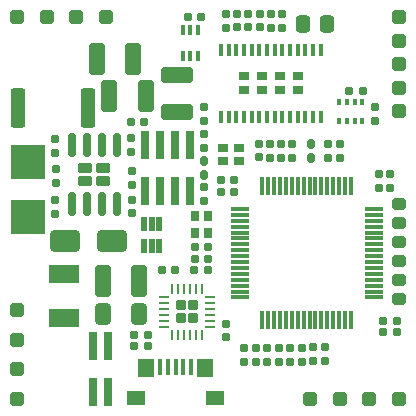
<source format=gbr>
G04 #@! TF.GenerationSoftware,KiCad,Pcbnew,8.0.0-8.0.0-1~ubuntu22.04.1*
G04 #@! TF.CreationDate,2024-03-02T20:13:00+07:00*
G04 #@! TF.ProjectId,FC_ESC_STM32F405RG_26x26,46435f45-5343-45f5-9354-4d3332463430,rev?*
G04 #@! TF.SameCoordinates,Original*
G04 #@! TF.FileFunction,Paste,Top*
G04 #@! TF.FilePolarity,Positive*
%FSLAX46Y46*%
G04 Gerber Fmt 4.6, Leading zero omitted, Abs format (unit mm)*
G04 Created by KiCad (PCBNEW 8.0.0-8.0.0-1~ubuntu22.04.1) date 2024-03-02 20:13:00*
%MOMM*%
%LPD*%
G01*
G04 APERTURE LIST*
G04 Aperture macros list*
%AMRoundRect*
0 Rectangle with rounded corners*
0 $1 Rounding radius*
0 $2 $3 $4 $5 $6 $7 $8 $9 X,Y pos of 4 corners*
0 Add a 4 corners polygon primitive as box body*
4,1,4,$2,$3,$4,$5,$6,$7,$8,$9,$2,$3,0*
0 Add four circle primitives for the rounded corners*
1,1,$1+$1,$2,$3*
1,1,$1+$1,$4,$5*
1,1,$1+$1,$6,$7*
1,1,$1+$1,$8,$9*
0 Add four rect primitives between the rounded corners*
20,1,$1+$1,$2,$3,$4,$5,0*
20,1,$1+$1,$4,$5,$6,$7,0*
20,1,$1+$1,$6,$7,$8,$9,0*
20,1,$1+$1,$8,$9,$2,$3,0*%
G04 Aperture macros list end*
%ADD10R,0.900000X0.800000*%
%ADD11RoundRect,0.250000X1.100000X-0.412500X1.100000X0.412500X-1.100000X0.412500X-1.100000X-0.412500X0*%
%ADD12RoundRect,0.160000X-0.160000X0.197500X-0.160000X-0.197500X0.160000X-0.197500X0.160000X0.197500X0*%
%ADD13RoundRect,0.155000X-0.155000X0.212500X-0.155000X-0.212500X0.155000X-0.212500X0.155000X0.212500X0*%
%ADD14R,3.000000X3.000000*%
%ADD15R,2.500000X1.500000*%
%ADD16RoundRect,0.155000X-0.212500X-0.155000X0.212500X-0.155000X0.212500X0.155000X-0.212500X0.155000X0*%
%ADD17RoundRect,0.217500X-0.217500X-0.217500X0.217500X-0.217500X0.217500X0.217500X-0.217500X0.217500X0*%
%ADD18RoundRect,0.062500X-0.375000X-0.062500X0.375000X-0.062500X0.375000X0.062500X-0.375000X0.062500X0*%
%ADD19RoundRect,0.062500X-0.062500X-0.375000X0.062500X-0.375000X0.062500X0.375000X-0.062500X0.375000X0*%
%ADD20RoundRect,0.160000X0.160000X-0.197500X0.160000X0.197500X-0.160000X0.197500X-0.160000X-0.197500X0*%
%ADD21R,0.350000X0.500000*%
%ADD22RoundRect,0.250000X-0.412500X-1.100000X0.412500X-1.100000X0.412500X1.100000X-0.412500X1.100000X0*%
%ADD23RoundRect,0.250000X-0.412500X-0.650000X0.412500X-0.650000X0.412500X0.650000X-0.412500X0.650000X0*%
%ADD24RoundRect,0.155000X0.155000X-0.212500X0.155000X0.212500X-0.155000X0.212500X-0.155000X-0.212500X0*%
%ADD25RoundRect,0.300000X-0.300000X-0.300000X0.300000X-0.300000X0.300000X0.300000X-0.300000X0.300000X0*%
%ADD26R,0.740000X2.400000*%
%ADD27R,0.450000X1.380000*%
%ADD28R,1.650000X1.300000*%
%ADD29R,1.425000X1.550000*%
%ADD30RoundRect,0.075000X-0.700000X-0.075000X0.700000X-0.075000X0.700000X0.075000X-0.700000X0.075000X0*%
%ADD31RoundRect,0.075000X-0.075000X-0.700000X0.075000X-0.700000X0.075000X0.700000X-0.075000X0.700000X0*%
%ADD32RoundRect,0.250000X0.350000X0.250000X-0.350000X0.250000X-0.350000X-0.250000X0.350000X-0.250000X0*%
%ADD33R,0.800000X0.900000*%
%ADD34RoundRect,0.160000X0.197500X0.160000X-0.197500X0.160000X-0.197500X-0.160000X0.197500X-0.160000X0*%
%ADD35RoundRect,0.160000X0.160000X-0.222500X0.160000X0.222500X-0.160000X0.222500X-0.160000X-0.222500X0*%
%ADD36RoundRect,0.155000X0.212500X0.155000X-0.212500X0.155000X-0.212500X-0.155000X0.212500X-0.155000X0*%
%ADD37RoundRect,0.230000X-0.375000X0.230000X-0.375000X-0.230000X0.375000X-0.230000X0.375000X0.230000X0*%
%ADD38RoundRect,0.150000X-0.150000X0.825000X-0.150000X-0.825000X0.150000X-0.825000X0.150000X0.825000X0*%
%ADD39RoundRect,0.300000X0.300000X0.300000X-0.300000X0.300000X-0.300000X-0.300000X0.300000X-0.300000X0*%
%ADD40RoundRect,0.020000X0.180000X-0.575000X0.180000X0.575000X-0.180000X0.575000X-0.180000X-0.575000X0*%
%ADD41RoundRect,0.100000X-0.100000X0.350000X-0.100000X-0.350000X0.100000X-0.350000X0.100000X0.350000X0*%
%ADD42RoundRect,0.250000X0.362500X1.425000X-0.362500X1.425000X-0.362500X-1.425000X0.362500X-1.425000X0*%
%ADD43RoundRect,0.300000X-0.300000X0.300000X-0.300000X-0.300000X0.300000X-0.300000X0.300000X0.300000X0*%
%ADD44R,0.400000X1.100000*%
%ADD45R,0.925500X0.720000*%
%ADD46RoundRect,0.160000X-0.197500X-0.160000X0.197500X-0.160000X0.197500X0.160000X-0.197500X0.160000X0*%
%ADD47RoundRect,0.250000X-0.337500X-0.475000X0.337500X-0.475000X0.337500X0.475000X-0.337500X0.475000X0*%
%ADD48RoundRect,0.250000X1.000000X0.650000X-1.000000X0.650000X-1.000000X-0.650000X1.000000X-0.650000X0*%
%ADD49RoundRect,0.300000X0.300000X-0.300000X0.300000X0.300000X-0.300000X0.300000X-0.300000X-0.300000X0*%
G04 APERTURE END LIST*
D10*
X218079300Y-75135900D03*
X216679300Y-75135900D03*
X216679300Y-76235900D03*
X218079300Y-76235900D03*
D11*
X212807300Y-72066800D03*
X212807300Y-68941800D03*
D12*
X202570000Y-76895000D03*
X202570000Y-78090000D03*
D13*
X230850000Y-77319500D03*
X230850000Y-78454500D03*
D14*
X200180000Y-80920000D03*
D15*
X203256900Y-85799300D03*
X203256900Y-89499300D03*
D16*
X208912400Y-72866500D03*
X210047400Y-72866500D03*
D13*
X215144100Y-71664000D03*
X215144100Y-72799000D03*
D17*
X213122500Y-88440000D03*
X213122500Y-89520000D03*
X214202500Y-88440000D03*
X214202500Y-89520000D03*
D18*
X211725000Y-87730000D03*
X211725000Y-88230000D03*
X211725000Y-88730000D03*
X211725000Y-89230000D03*
X211725000Y-89730000D03*
X211725000Y-90230000D03*
D19*
X212412500Y-90917500D03*
X212912500Y-90917500D03*
X213412500Y-90917500D03*
X213912500Y-90917500D03*
X214412500Y-90917500D03*
X214912500Y-90917500D03*
D18*
X215600000Y-90230000D03*
X215600000Y-89730000D03*
X215600000Y-89230000D03*
X215600000Y-88730000D03*
X215600000Y-88230000D03*
X215600000Y-87730000D03*
D19*
X214912500Y-87042500D03*
X214412500Y-87042500D03*
X213912500Y-87042500D03*
X213412500Y-87042500D03*
X212912500Y-87042500D03*
X212412500Y-87042500D03*
D20*
X220478100Y-93238500D03*
X220478100Y-92043500D03*
D12*
X220700500Y-74745000D03*
X220700500Y-75940000D03*
D13*
X219830000Y-63752500D03*
X219830000Y-64887500D03*
D12*
X218522300Y-92043500D03*
X218522300Y-93238500D03*
D21*
X228504500Y-72841100D03*
X227854500Y-72841100D03*
X227204500Y-72841100D03*
X226554500Y-72841100D03*
X226554500Y-71241100D03*
X227204500Y-71241100D03*
X227854500Y-71241100D03*
X228504500Y-71241100D03*
D22*
X206012400Y-67532500D03*
X209137400Y-67532500D03*
D23*
X206520400Y-89173300D03*
X209645400Y-89173300D03*
D24*
X226624900Y-75939900D03*
X226624900Y-74804900D03*
D13*
X219512900Y-92060200D03*
X219512900Y-93195200D03*
D25*
X199319900Y-88846900D03*
X199319900Y-91346900D03*
X199319900Y-93846900D03*
X199319900Y-96346900D03*
D12*
X202469500Y-79508000D03*
X202469500Y-80703000D03*
D20*
X225649900Y-75974900D03*
X225649900Y-74779900D03*
D24*
X216990500Y-91112500D03*
X216990500Y-89977500D03*
D14*
X200180000Y-76290000D03*
D20*
X225354900Y-93162300D03*
X225354900Y-91967300D03*
D26*
X207005000Y-91860000D03*
X207005000Y-95760000D03*
X205735000Y-91860000D03*
X205735000Y-95760000D03*
D22*
X206520400Y-86379300D03*
X209645400Y-86379300D03*
D16*
X230292500Y-90690000D03*
X231427500Y-90690000D03*
D27*
X211405700Y-93615700D03*
X212055700Y-93615700D03*
X212705700Y-93615700D03*
X213355700Y-93615700D03*
X214005700Y-93615700D03*
D28*
X209330700Y-96275700D03*
D29*
X210218200Y-93700700D03*
X215193200Y-93700700D03*
D28*
X216080700Y-96275700D03*
D12*
X222600000Y-74777500D03*
X222600000Y-75972500D03*
D30*
X218119700Y-80264500D03*
X218119700Y-80764500D03*
X218119700Y-81264500D03*
X218119700Y-81764500D03*
X218119700Y-82264500D03*
X218119700Y-82764500D03*
X218119700Y-83264500D03*
X218119700Y-83764500D03*
X218119700Y-84264500D03*
X218119700Y-84764500D03*
X218119700Y-85264500D03*
X218119700Y-85764500D03*
X218119700Y-86264500D03*
X218119700Y-86764500D03*
X218119700Y-87264500D03*
X218119700Y-87764500D03*
D31*
X220044700Y-89689500D03*
X220544700Y-89689500D03*
X221044700Y-89689500D03*
X221544700Y-89689500D03*
X222044700Y-89689500D03*
X222544700Y-89689500D03*
X223044700Y-89689500D03*
X223544700Y-89689500D03*
X224044700Y-89689500D03*
X224544700Y-89689500D03*
X225044700Y-89689500D03*
X225544700Y-89689500D03*
X226044700Y-89689500D03*
X226544700Y-89689500D03*
X227044700Y-89689500D03*
X227544700Y-89689500D03*
D30*
X229469700Y-87764500D03*
X229469700Y-87264500D03*
X229469700Y-86764500D03*
X229469700Y-86264500D03*
X229469700Y-85764500D03*
X229469700Y-85264500D03*
X229469700Y-84764500D03*
X229469700Y-84264500D03*
X229469700Y-83764500D03*
X229469700Y-83264500D03*
X229469700Y-82764500D03*
X229469700Y-82264500D03*
X229469700Y-81764500D03*
X229469700Y-81264500D03*
X229469700Y-80764500D03*
X229469700Y-80264500D03*
D31*
X227544700Y-78339500D03*
X227044700Y-78339500D03*
X226544700Y-78339500D03*
X226044700Y-78339500D03*
X225544700Y-78339500D03*
X225044700Y-78339500D03*
X224544700Y-78339500D03*
X224044700Y-78339500D03*
X223544700Y-78339500D03*
X223044700Y-78339500D03*
X222544700Y-78339500D03*
X222044700Y-78339500D03*
X221544700Y-78339500D03*
X221044700Y-78339500D03*
X220544700Y-78339500D03*
X220044700Y-78339500D03*
D32*
X231628700Y-87890100D03*
X231628700Y-86290100D03*
X231628700Y-84690100D03*
X231628700Y-83090100D03*
X231628700Y-81490100D03*
X231628700Y-79890100D03*
D33*
X215465500Y-82292900D03*
X215465500Y-80892900D03*
X214365500Y-80892900D03*
X214365500Y-82292900D03*
D24*
X218877900Y-64887500D03*
X218877900Y-63752500D03*
D12*
X221650500Y-74745000D03*
X221650500Y-75940000D03*
D34*
X210356800Y-91891100D03*
X209161800Y-91891100D03*
D35*
X224200500Y-75952500D03*
X224200500Y-74807500D03*
D36*
X215448900Y-84474300D03*
X214313900Y-84474300D03*
D12*
X215144100Y-73945400D03*
X215144100Y-75140400D03*
D37*
X206550000Y-76800000D03*
X205050000Y-76800000D03*
X206550000Y-77940000D03*
X205050000Y-77940000D03*
D38*
X207705000Y-74895000D03*
X206435000Y-74895000D03*
X205165000Y-74895000D03*
X203895000Y-74895000D03*
X203895000Y-79845000D03*
X205165000Y-79845000D03*
X206435000Y-79845000D03*
X207705000Y-79845000D03*
D24*
X229926900Y-78454500D03*
X229926900Y-77319500D03*
D26*
X210089500Y-78722300D03*
X210089500Y-74822300D03*
X211359500Y-78722300D03*
X211359500Y-74822300D03*
X212629500Y-78722300D03*
X212629500Y-74822300D03*
X213899500Y-78722300D03*
X213899500Y-74822300D03*
D24*
X215118700Y-79580800D03*
X215118700Y-78445800D03*
D39*
X231660000Y-72010000D03*
X231660000Y-70010000D03*
X231660000Y-68010000D03*
X231660000Y-66010000D03*
X231660000Y-64010000D03*
D24*
X217930000Y-64887500D03*
X217930000Y-63752500D03*
D35*
X215144100Y-77357600D03*
X215144100Y-76212600D03*
D12*
X223388100Y-92008600D03*
X223388100Y-93203600D03*
X216990000Y-63742500D03*
X216990000Y-64937500D03*
D40*
X210040000Y-83440000D03*
X210690000Y-83440000D03*
X211340000Y-83440000D03*
X211340000Y-81520000D03*
X210690000Y-81520000D03*
X210040000Y-81520000D03*
D41*
X214610700Y-65154700D03*
X213960700Y-65154700D03*
X213310700Y-65154700D03*
X213310700Y-67354700D03*
X213960700Y-67354700D03*
X214610700Y-67354700D03*
D13*
X208980000Y-79510000D03*
X208980000Y-80645000D03*
D16*
X214297200Y-85464900D03*
X215432200Y-85464900D03*
D20*
X224379900Y-93162300D03*
X224379900Y-91967300D03*
D36*
X212689000Y-85439500D03*
X211554000Y-85439500D03*
D24*
X208970000Y-75417500D03*
X208970000Y-74282500D03*
D36*
X231427500Y-89740000D03*
X230292500Y-89740000D03*
X228555300Y-70263100D03*
X227420300Y-70263100D03*
D22*
X207079200Y-70732900D03*
X210204200Y-70732900D03*
D12*
X202494900Y-74335000D03*
X202494900Y-75530000D03*
D16*
X213738400Y-63976500D03*
X214873400Y-63976500D03*
D42*
X205254200Y-71750000D03*
X199329200Y-71750000D03*
D43*
X206798300Y-64000000D03*
X204298300Y-64000000D03*
X201798300Y-64000000D03*
X199298300Y-64000000D03*
D44*
X216552700Y-72470500D03*
X217202700Y-72470500D03*
X217852700Y-72470500D03*
X218502700Y-72470500D03*
X219152700Y-72470500D03*
X219802700Y-72470500D03*
X220452700Y-72470500D03*
X221102700Y-72470500D03*
X221752700Y-72470500D03*
X222402700Y-72470500D03*
X223052700Y-72470500D03*
X223702700Y-72470500D03*
X224352700Y-72470500D03*
X225002700Y-72470500D03*
X225002700Y-66770500D03*
X224352700Y-66770500D03*
X223702700Y-66770500D03*
X223052700Y-66770500D03*
X222402700Y-66770500D03*
X221752700Y-66770500D03*
X221102700Y-66770500D03*
X220452700Y-66770500D03*
X219802700Y-66770500D03*
X219152700Y-66770500D03*
X218502700Y-66770500D03*
X217852700Y-66770500D03*
X217202700Y-66770500D03*
X216552700Y-66770500D03*
D45*
X218463950Y-70220500D03*
X220006450Y-70220500D03*
X221548950Y-70220500D03*
X223091450Y-70220500D03*
X218463950Y-69020500D03*
X220006450Y-69020500D03*
X221548950Y-69020500D03*
X223091450Y-69020500D03*
D24*
X221750000Y-64910000D03*
X221750000Y-63775000D03*
D46*
X209161800Y-90925900D03*
X210356800Y-90925900D03*
D12*
X209000000Y-77082500D03*
X209000000Y-78277500D03*
D20*
X220800000Y-64940000D03*
X220800000Y-63745000D03*
D36*
X217650500Y-77832500D03*
X216515500Y-77832500D03*
D20*
X222433900Y-93213100D03*
X222433900Y-92018100D03*
D47*
X223463000Y-64582500D03*
X225538000Y-64582500D03*
D12*
X229622100Y-71634700D03*
X229622100Y-72829700D03*
D36*
X215457600Y-83509100D03*
X214322600Y-83509100D03*
D48*
X207320900Y-82975700D03*
X203320900Y-82975700D03*
D13*
X221468700Y-92060200D03*
X221468700Y-93195200D03*
D24*
X219770500Y-75895000D03*
X219770500Y-74760000D03*
D36*
X217650500Y-78832500D03*
X216515500Y-78832500D03*
D49*
X224120000Y-96360000D03*
X226620000Y-96360000D03*
X229120000Y-96360000D03*
X231620000Y-96360000D03*
M02*

</source>
